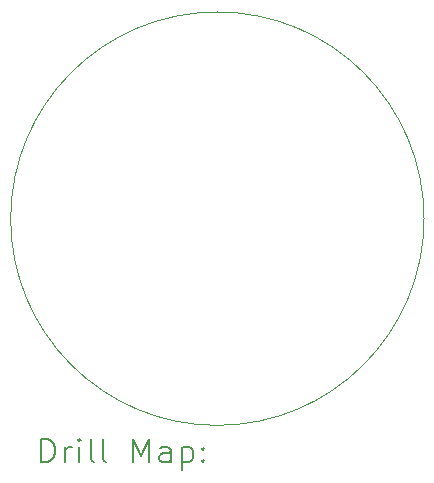
<source format=gbr>
%TF.GenerationSoftware,KiCad,Pcbnew,7.0.11+dfsg-1build4*%
%TF.CreationDate,2025-06-01T15:33:21-04:00*%
%TF.ProjectId,tek-cap-pcb,74656b2d-6361-4702-9d70-63622e6b6963,A*%
%TF.SameCoordinates,Original*%
%TF.FileFunction,Drillmap*%
%TF.FilePolarity,Positive*%
%FSLAX45Y45*%
G04 Gerber Fmt 4.5, Leading zero omitted, Abs format (unit mm)*
G04 Created by KiCad (PCBNEW 7.0.11+dfsg-1build4) date 2025-06-01 15:33:21*
%MOMM*%
%LPD*%
G01*
G04 APERTURE LIST*
%ADD10C,0.050000*%
%ADD11C,0.200000*%
G04 APERTURE END LIST*
D10*
X14450000Y-10160000D02*
G75*
G03*
X10950000Y-10160000I-1750000J0D01*
G01*
X10950000Y-10160000D02*
G75*
G03*
X14450000Y-10160000I1750000J0D01*
G01*
D11*
X11208277Y-12223984D02*
X11208277Y-12023984D01*
X11208277Y-12023984D02*
X11255896Y-12023984D01*
X11255896Y-12023984D02*
X11284467Y-12033508D01*
X11284467Y-12033508D02*
X11303515Y-12052555D01*
X11303515Y-12052555D02*
X11313039Y-12071603D01*
X11313039Y-12071603D02*
X11322562Y-12109698D01*
X11322562Y-12109698D02*
X11322562Y-12138269D01*
X11322562Y-12138269D02*
X11313039Y-12176365D01*
X11313039Y-12176365D02*
X11303515Y-12195412D01*
X11303515Y-12195412D02*
X11284467Y-12214460D01*
X11284467Y-12214460D02*
X11255896Y-12223984D01*
X11255896Y-12223984D02*
X11208277Y-12223984D01*
X11408277Y-12223984D02*
X11408277Y-12090650D01*
X11408277Y-12128746D02*
X11417801Y-12109698D01*
X11417801Y-12109698D02*
X11427324Y-12100174D01*
X11427324Y-12100174D02*
X11446372Y-12090650D01*
X11446372Y-12090650D02*
X11465420Y-12090650D01*
X11532086Y-12223984D02*
X11532086Y-12090650D01*
X11532086Y-12023984D02*
X11522562Y-12033508D01*
X11522562Y-12033508D02*
X11532086Y-12043031D01*
X11532086Y-12043031D02*
X11541610Y-12033508D01*
X11541610Y-12033508D02*
X11532086Y-12023984D01*
X11532086Y-12023984D02*
X11532086Y-12043031D01*
X11655896Y-12223984D02*
X11636848Y-12214460D01*
X11636848Y-12214460D02*
X11627324Y-12195412D01*
X11627324Y-12195412D02*
X11627324Y-12023984D01*
X11760658Y-12223984D02*
X11741610Y-12214460D01*
X11741610Y-12214460D02*
X11732086Y-12195412D01*
X11732086Y-12195412D02*
X11732086Y-12023984D01*
X11989229Y-12223984D02*
X11989229Y-12023984D01*
X11989229Y-12023984D02*
X12055896Y-12166841D01*
X12055896Y-12166841D02*
X12122562Y-12023984D01*
X12122562Y-12023984D02*
X12122562Y-12223984D01*
X12303515Y-12223984D02*
X12303515Y-12119222D01*
X12303515Y-12119222D02*
X12293991Y-12100174D01*
X12293991Y-12100174D02*
X12274943Y-12090650D01*
X12274943Y-12090650D02*
X12236848Y-12090650D01*
X12236848Y-12090650D02*
X12217801Y-12100174D01*
X12303515Y-12214460D02*
X12284467Y-12223984D01*
X12284467Y-12223984D02*
X12236848Y-12223984D01*
X12236848Y-12223984D02*
X12217801Y-12214460D01*
X12217801Y-12214460D02*
X12208277Y-12195412D01*
X12208277Y-12195412D02*
X12208277Y-12176365D01*
X12208277Y-12176365D02*
X12217801Y-12157317D01*
X12217801Y-12157317D02*
X12236848Y-12147793D01*
X12236848Y-12147793D02*
X12284467Y-12147793D01*
X12284467Y-12147793D02*
X12303515Y-12138269D01*
X12398753Y-12090650D02*
X12398753Y-12290650D01*
X12398753Y-12100174D02*
X12417801Y-12090650D01*
X12417801Y-12090650D02*
X12455896Y-12090650D01*
X12455896Y-12090650D02*
X12474943Y-12100174D01*
X12474943Y-12100174D02*
X12484467Y-12109698D01*
X12484467Y-12109698D02*
X12493991Y-12128746D01*
X12493991Y-12128746D02*
X12493991Y-12185888D01*
X12493991Y-12185888D02*
X12484467Y-12204936D01*
X12484467Y-12204936D02*
X12474943Y-12214460D01*
X12474943Y-12214460D02*
X12455896Y-12223984D01*
X12455896Y-12223984D02*
X12417801Y-12223984D01*
X12417801Y-12223984D02*
X12398753Y-12214460D01*
X12579705Y-12204936D02*
X12589229Y-12214460D01*
X12589229Y-12214460D02*
X12579705Y-12223984D01*
X12579705Y-12223984D02*
X12570182Y-12214460D01*
X12570182Y-12214460D02*
X12579705Y-12204936D01*
X12579705Y-12204936D02*
X12579705Y-12223984D01*
X12579705Y-12100174D02*
X12589229Y-12109698D01*
X12589229Y-12109698D02*
X12579705Y-12119222D01*
X12579705Y-12119222D02*
X12570182Y-12109698D01*
X12570182Y-12109698D02*
X12579705Y-12100174D01*
X12579705Y-12100174D02*
X12579705Y-12119222D01*
M02*

</source>
